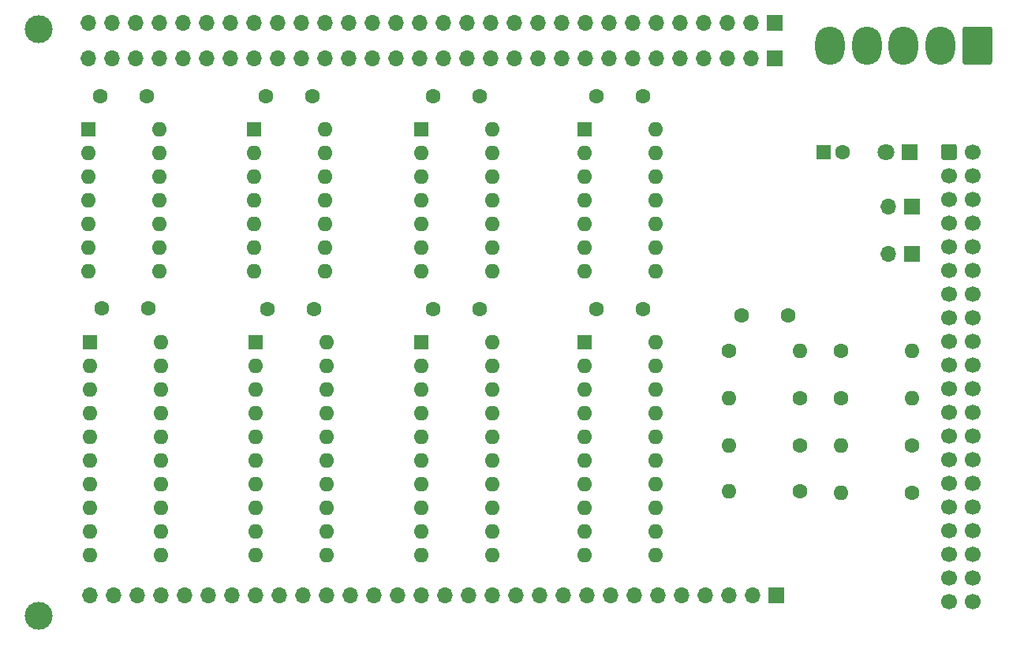
<source format=gbr>
%TF.GenerationSoftware,KiCad,Pcbnew,(5.1.12)-1*%
%TF.CreationDate,2023-01-10T02:34:13-06:00*%
%TF.ProjectId,NABU_IDE,4e414255-5f49-4444-952e-6b696361645f,rev?*%
%TF.SameCoordinates,Original*%
%TF.FileFunction,Soldermask,Top*%
%TF.FilePolarity,Negative*%
%FSLAX46Y46*%
G04 Gerber Fmt 4.6, Leading zero omitted, Abs format (unit mm)*
G04 Created by KiCad (PCBNEW (5.1.12)-1) date 2023-01-10 02:34:13*
%MOMM*%
%LPD*%
G01*
G04 APERTURE LIST*
%ADD10C,3.000000*%
%ADD11C,1.600000*%
%ADD12R,1.600000X1.600000*%
%ADD13O,1.600000X1.600000*%
%ADD14R,1.700000X1.700000*%
%ADD15O,1.700000X1.700000*%
%ADD16R,1.800000X1.800000*%
%ADD17C,1.800000*%
%ADD18C,1.700000*%
%ADD19O,3.160000X4.100000*%
G04 APERTURE END LIST*
D10*
%TO.C,H2*%
X63817500Y-60833000D03*
%TD*%
%TO.C,H1*%
X63817500Y-123825000D03*
%TD*%
D11*
%TO.C,C9*%
X150082000Y-74041000D03*
D12*
X148082000Y-74041000D03*
%TD*%
D13*
%TO.C,U8*%
X130048000Y-94488000D03*
X122428000Y-117348000D03*
X130048000Y-97028000D03*
X122428000Y-114808000D03*
X130048000Y-99568000D03*
X122428000Y-112268000D03*
X130048000Y-102108000D03*
X122428000Y-109728000D03*
X130048000Y-104648000D03*
X122428000Y-107188000D03*
X130048000Y-107188000D03*
X122428000Y-104648000D03*
X130048000Y-109728000D03*
X122428000Y-102108000D03*
X130048000Y-112268000D03*
X122428000Y-99568000D03*
X130048000Y-114808000D03*
X122428000Y-97028000D03*
X130048000Y-117348000D03*
D12*
X122428000Y-94488000D03*
%TD*%
D11*
%TO.C,C10*%
X128698000Y-90932000D03*
X123698000Y-90932000D03*
%TD*%
D14*
%TO.C,J2*%
X143002000Y-121666000D03*
D15*
X140462000Y-121666000D03*
X137922000Y-121666000D03*
X135382000Y-121666000D03*
X132842000Y-121666000D03*
X130302000Y-121666000D03*
X127762000Y-121666000D03*
X125222000Y-121666000D03*
X122682000Y-121666000D03*
X120142000Y-121666000D03*
X117602000Y-121666000D03*
X115062000Y-121666000D03*
X112522000Y-121666000D03*
X109982000Y-121666000D03*
X107442000Y-121666000D03*
X104902000Y-121666000D03*
X102362000Y-121666000D03*
X99822000Y-121666000D03*
X97282000Y-121666000D03*
X94742000Y-121666000D03*
X92202000Y-121666000D03*
X89662000Y-121666000D03*
X87122000Y-121666000D03*
X84582000Y-121666000D03*
X82042000Y-121666000D03*
X79502000Y-121666000D03*
X76962000Y-121666000D03*
X74422000Y-121666000D03*
X71882000Y-121666000D03*
X69342000Y-121666000D03*
%TD*%
D11*
%TO.C,C1*%
X139319000Y-91567000D03*
X144319000Y-91567000D03*
%TD*%
%TO.C,C2*%
X93392000Y-90932000D03*
X88392000Y-90932000D03*
%TD*%
%TO.C,C3*%
X70612000Y-90805000D03*
X75612000Y-90805000D03*
%TD*%
%TO.C,C4*%
X111172000Y-90932000D03*
X106172000Y-90932000D03*
%TD*%
%TO.C,C5*%
X106172000Y-68072000D03*
X111172000Y-68072000D03*
%TD*%
%TO.C,C6*%
X75485000Y-68072000D03*
X70485000Y-68072000D03*
%TD*%
%TO.C,C7*%
X123698000Y-68072000D03*
X128698000Y-68072000D03*
%TD*%
%TO.C,C8*%
X93265000Y-68072000D03*
X88265000Y-68072000D03*
%TD*%
D16*
%TO.C,D1*%
X157353000Y-74041000D03*
D17*
X154813000Y-74041000D03*
%TD*%
%TO.C,J1*%
G36*
G01*
X160694000Y-74641000D02*
X160694000Y-73441000D01*
G75*
G02*
X160944000Y-73191000I250000J0D01*
G01*
X162144000Y-73191000D01*
G75*
G02*
X162394000Y-73441000I0J-250000D01*
G01*
X162394000Y-74641000D01*
G75*
G02*
X162144000Y-74891000I-250000J0D01*
G01*
X160944000Y-74891000D01*
G75*
G02*
X160694000Y-74641000I0J250000D01*
G01*
G37*
D18*
X161544000Y-76581000D03*
X161544000Y-79121000D03*
X161544000Y-81661000D03*
X161544000Y-84201000D03*
X161544000Y-86741000D03*
X161544000Y-89281000D03*
X161544000Y-91821000D03*
X161544000Y-94361000D03*
X161544000Y-96901000D03*
X161544000Y-99441000D03*
X161544000Y-101981000D03*
X161544000Y-104521000D03*
X161544000Y-107061000D03*
X161544000Y-109601000D03*
X161544000Y-112141000D03*
X161544000Y-114681000D03*
X161544000Y-117221000D03*
X161544000Y-119761000D03*
X161544000Y-122301000D03*
X164084000Y-74041000D03*
X164084000Y-76581000D03*
X164084000Y-79121000D03*
X164084000Y-81661000D03*
X164084000Y-84201000D03*
X164084000Y-86741000D03*
X164084000Y-89281000D03*
X164084000Y-91821000D03*
X164084000Y-94361000D03*
X164084000Y-96901000D03*
X164084000Y-99441000D03*
X164084000Y-101981000D03*
X164084000Y-104521000D03*
X164084000Y-107061000D03*
X164084000Y-109601000D03*
X164084000Y-112141000D03*
X164084000Y-114681000D03*
X164084000Y-117221000D03*
X164084000Y-119761000D03*
X164084000Y-122301000D03*
%TD*%
D15*
%TO.C,J3*%
X69215000Y-60198000D03*
X71755000Y-60198000D03*
X74295000Y-60198000D03*
X76835000Y-60198000D03*
X79375000Y-60198000D03*
X81915000Y-60198000D03*
X84455000Y-60198000D03*
X86995000Y-60198000D03*
X89535000Y-60198000D03*
X92075000Y-60198000D03*
X94615000Y-60198000D03*
X97155000Y-60198000D03*
X99695000Y-60198000D03*
X102235000Y-60198000D03*
X104775000Y-60198000D03*
X107315000Y-60198000D03*
X109855000Y-60198000D03*
X112395000Y-60198000D03*
X114935000Y-60198000D03*
X117475000Y-60198000D03*
X120015000Y-60198000D03*
X122555000Y-60198000D03*
X125095000Y-60198000D03*
X127635000Y-60198000D03*
X130175000Y-60198000D03*
X132715000Y-60198000D03*
X135255000Y-60198000D03*
X137795000Y-60198000D03*
X140335000Y-60198000D03*
D14*
X142875000Y-60198000D03*
%TD*%
%TO.C,J4*%
X142875000Y-64008000D03*
D15*
X140335000Y-64008000D03*
X137795000Y-64008000D03*
X135255000Y-64008000D03*
X132715000Y-64008000D03*
X130175000Y-64008000D03*
X127635000Y-64008000D03*
X125095000Y-64008000D03*
X122555000Y-64008000D03*
X120015000Y-64008000D03*
X117475000Y-64008000D03*
X114935000Y-64008000D03*
X112395000Y-64008000D03*
X109855000Y-64008000D03*
X107315000Y-64008000D03*
X104775000Y-64008000D03*
X102235000Y-64008000D03*
X99695000Y-64008000D03*
X97155000Y-64008000D03*
X94615000Y-64008000D03*
X92075000Y-64008000D03*
X89535000Y-64008000D03*
X86995000Y-64008000D03*
X84455000Y-64008000D03*
X81915000Y-64008000D03*
X79375000Y-64008000D03*
X76835000Y-64008000D03*
X74295000Y-64008000D03*
X71755000Y-64008000D03*
X69215000Y-64008000D03*
%TD*%
%TO.C,J5*%
G36*
G01*
X166172000Y-60811000D02*
X166172000Y-64411000D01*
G75*
G02*
X165922000Y-64661000I-250000J0D01*
G01*
X163262000Y-64661000D01*
G75*
G02*
X163012000Y-64411000I0J250000D01*
G01*
X163012000Y-60811000D01*
G75*
G02*
X163262000Y-60561000I250000J0D01*
G01*
X165922000Y-60561000D01*
G75*
G02*
X166172000Y-60811000I0J-250000D01*
G01*
G37*
D19*
X160632000Y-62611000D03*
X156672000Y-62611000D03*
X152712000Y-62611000D03*
X148752000Y-62611000D03*
%TD*%
D14*
%TO.C,JP1*%
X157607000Y-79883000D03*
D15*
X155067000Y-79883000D03*
%TD*%
%TO.C,JP2*%
X155067000Y-84963000D03*
D14*
X157607000Y-84963000D03*
%TD*%
D11*
%TO.C,R1*%
X137922000Y-95377000D03*
D13*
X145542000Y-95377000D03*
%TD*%
D11*
%TO.C,R2*%
X145542000Y-100457000D03*
D13*
X137922000Y-100457000D03*
%TD*%
%TO.C,R3*%
X137922000Y-105537000D03*
D11*
X145542000Y-105537000D03*
%TD*%
%TO.C,R4*%
X145542000Y-110490000D03*
D13*
X137922000Y-110490000D03*
%TD*%
%TO.C,R5*%
X157607000Y-95377000D03*
D11*
X149987000Y-95377000D03*
%TD*%
D13*
%TO.C,R6*%
X157607000Y-100457000D03*
D11*
X149987000Y-100457000D03*
%TD*%
%TO.C,R7*%
X157607000Y-105537000D03*
D13*
X149987000Y-105537000D03*
%TD*%
%TO.C,R8*%
X149987000Y-110617000D03*
D11*
X157607000Y-110617000D03*
%TD*%
D13*
%TO.C,U1*%
X94742000Y-94488000D03*
X87122000Y-117348000D03*
X94742000Y-97028000D03*
X87122000Y-114808000D03*
X94742000Y-99568000D03*
X87122000Y-112268000D03*
X94742000Y-102108000D03*
X87122000Y-109728000D03*
X94742000Y-104648000D03*
X87122000Y-107188000D03*
X94742000Y-107188000D03*
X87122000Y-104648000D03*
X94742000Y-109728000D03*
X87122000Y-102108000D03*
X94742000Y-112268000D03*
X87122000Y-99568000D03*
X94742000Y-114808000D03*
X87122000Y-97028000D03*
X94742000Y-117348000D03*
D12*
X87122000Y-94488000D03*
%TD*%
D13*
%TO.C,U2*%
X130048000Y-71628000D03*
X122428000Y-86868000D03*
X130048000Y-74168000D03*
X122428000Y-84328000D03*
X130048000Y-76708000D03*
X122428000Y-81788000D03*
X130048000Y-79248000D03*
X122428000Y-79248000D03*
X130048000Y-81788000D03*
X122428000Y-76708000D03*
X130048000Y-84328000D03*
X122428000Y-74168000D03*
X130048000Y-86868000D03*
D12*
X122428000Y-71628000D03*
%TD*%
%TO.C,U3*%
X69215000Y-71628000D03*
D13*
X76835000Y-86868000D03*
X69215000Y-74168000D03*
X76835000Y-84328000D03*
X69215000Y-76708000D03*
X76835000Y-81788000D03*
X69215000Y-79248000D03*
X76835000Y-79248000D03*
X69215000Y-81788000D03*
X76835000Y-76708000D03*
X69215000Y-84328000D03*
X76835000Y-74168000D03*
X69215000Y-86868000D03*
X76835000Y-71628000D03*
%TD*%
%TO.C,U4*%
X112522000Y-71628000D03*
X104902000Y-86868000D03*
X112522000Y-74168000D03*
X104902000Y-84328000D03*
X112522000Y-76708000D03*
X104902000Y-81788000D03*
X112522000Y-79248000D03*
X104902000Y-79248000D03*
X112522000Y-81788000D03*
X104902000Y-76708000D03*
X112522000Y-84328000D03*
X104902000Y-74168000D03*
X112522000Y-86868000D03*
D12*
X104902000Y-71628000D03*
%TD*%
%TO.C,U5*%
X86995000Y-71628000D03*
D13*
X94615000Y-86868000D03*
X86995000Y-74168000D03*
X94615000Y-84328000D03*
X86995000Y-76708000D03*
X94615000Y-81788000D03*
X86995000Y-79248000D03*
X94615000Y-79248000D03*
X86995000Y-81788000D03*
X94615000Y-76708000D03*
X86995000Y-84328000D03*
X94615000Y-74168000D03*
X86995000Y-86868000D03*
X94615000Y-71628000D03*
%TD*%
D12*
%TO.C,U6*%
X69342000Y-94488000D03*
D13*
X76962000Y-117348000D03*
X69342000Y-97028000D03*
X76962000Y-114808000D03*
X69342000Y-99568000D03*
X76962000Y-112268000D03*
X69342000Y-102108000D03*
X76962000Y-109728000D03*
X69342000Y-104648000D03*
X76962000Y-107188000D03*
X69342000Y-107188000D03*
X76962000Y-104648000D03*
X69342000Y-109728000D03*
X76962000Y-102108000D03*
X69342000Y-112268000D03*
X76962000Y-99568000D03*
X69342000Y-114808000D03*
X76962000Y-97028000D03*
X69342000Y-117348000D03*
X76962000Y-94488000D03*
%TD*%
D12*
%TO.C,U7*%
X104902000Y-94488000D03*
D13*
X112522000Y-117348000D03*
X104902000Y-97028000D03*
X112522000Y-114808000D03*
X104902000Y-99568000D03*
X112522000Y-112268000D03*
X104902000Y-102108000D03*
X112522000Y-109728000D03*
X104902000Y-104648000D03*
X112522000Y-107188000D03*
X104902000Y-107188000D03*
X112522000Y-104648000D03*
X104902000Y-109728000D03*
X112522000Y-102108000D03*
X104902000Y-112268000D03*
X112522000Y-99568000D03*
X104902000Y-114808000D03*
X112522000Y-97028000D03*
X104902000Y-117348000D03*
X112522000Y-94488000D03*
%TD*%
M02*

</source>
